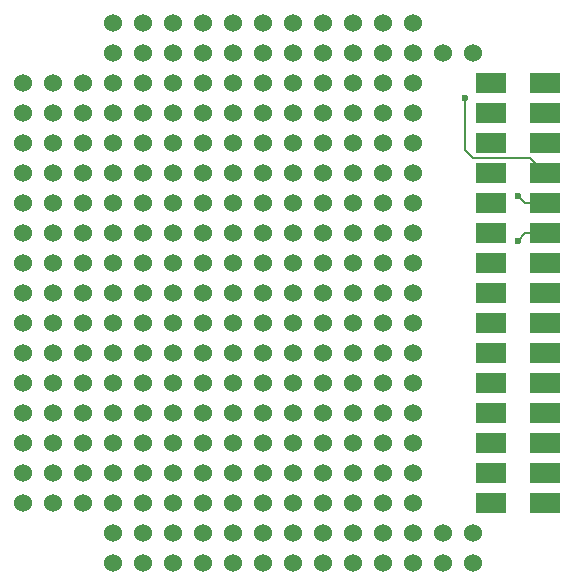
<source format=gbr>
%TF.GenerationSoftware,KiCad,Pcbnew,8.0.9-1.fc41*%
%TF.CreationDate,2025-08-14T11:22:58-07:00*%
%TF.ProjectId,adapter,61646170-7465-4722-9e6b-696361645f70,1.0*%
%TF.SameCoordinates,Original*%
%TF.FileFunction,Copper,L2,Bot*%
%TF.FilePolarity,Positive*%
%FSLAX46Y46*%
G04 Gerber Fmt 4.6, Leading zero omitted, Abs format (unit mm)*
G04 Created by KiCad (PCBNEW 8.0.9-1.fc41) date 2025-08-14 11:22:58*
%MOMM*%
%LPD*%
G01*
G04 APERTURE LIST*
%TA.AperFunction,ComponentPad*%
%ADD10C,1.524000*%
%TD*%
%TA.AperFunction,SMDPad,CuDef*%
%ADD11R,2.600000X1.700000*%
%TD*%
%TA.AperFunction,ViaPad*%
%ADD12C,0.700000*%
%TD*%
%TA.AperFunction,ViaPad*%
%ADD13C,0.600000*%
%TD*%
%TA.AperFunction,Conductor*%
%ADD14C,0.200000*%
%TD*%
G04 APERTURE END LIST*
D10*
%TO.P,REF\u002A\u002A,0003*%
%TO.N,N/C*%
X109760000Y-102140000D03*
%TO.P,REF\u002A\u002A,0004*%
X112300000Y-102140000D03*
%TO.P,REF\u002A\u002A,0005*%
X114840000Y-102140000D03*
%TO.P,REF\u002A\u002A,0006*%
X117380000Y-102140000D03*
%TO.P,REF\u002A\u002A,0007*%
X119920000Y-102140000D03*
%TO.P,REF\u002A\u002A,0008*%
X122460000Y-102140000D03*
%TO.P,REF\u002A\u002A,0009*%
X125000000Y-102140000D03*
%TO.P,REF\u002A\u002A,0010*%
X127540000Y-102140000D03*
%TO.P,REF\u002A\u002A,0011*%
X130080000Y-102140000D03*
%TO.P,REF\u002A\u002A,0012*%
X132620000Y-102140000D03*
%TO.P,REF\u002A\u002A,0013*%
X135160000Y-102140000D03*
%TO.P,REF\u002A\u002A,0103*%
X109760000Y-104680000D03*
%TO.P,REF\u002A\u002A,0104*%
X112300000Y-104680000D03*
%TO.P,REF\u002A\u002A,0105*%
X114840000Y-104680000D03*
%TO.P,REF\u002A\u002A,0106*%
X117380000Y-104680000D03*
%TO.P,REF\u002A\u002A,0107*%
X119920000Y-104680000D03*
%TO.P,REF\u002A\u002A,0108*%
X122460000Y-104680000D03*
%TO.P,REF\u002A\u002A,0109*%
X125000000Y-104680000D03*
%TO.P,REF\u002A\u002A,0110*%
X127540000Y-104680000D03*
%TO.P,REF\u002A\u002A,0111*%
X130080000Y-104680000D03*
%TO.P,REF\u002A\u002A,0112*%
X132620000Y-104680000D03*
%TO.P,REF\u002A\u002A,0113*%
X135160000Y-104680000D03*
%TO.P,REF\u002A\u002A,0114*%
X137700000Y-104680000D03*
%TO.P,REF\u002A\u002A,0115*%
X140240000Y-104680000D03*
%TO.P,REF\u002A\u002A,0200*%
X102140000Y-107220000D03*
%TO.P,REF\u002A\u002A,0201*%
X104680000Y-107220000D03*
%TO.P,REF\u002A\u002A,0202*%
X107220000Y-107220000D03*
%TO.P,REF\u002A\u002A,0203*%
X109760000Y-107220000D03*
%TO.P,REF\u002A\u002A,0204*%
X112300000Y-107220000D03*
%TO.P,REF\u002A\u002A,0205*%
X114840000Y-107220000D03*
%TO.P,REF\u002A\u002A,0206*%
X117380000Y-107220000D03*
%TO.P,REF\u002A\u002A,0207*%
X119920000Y-107220000D03*
%TO.P,REF\u002A\u002A,0208*%
X122460000Y-107220000D03*
%TO.P,REF\u002A\u002A,0209*%
X125000000Y-107220000D03*
%TO.P,REF\u002A\u002A,0210*%
X127540000Y-107220000D03*
%TO.P,REF\u002A\u002A,0211*%
X130080000Y-107220000D03*
%TO.P,REF\u002A\u002A,0212*%
X132620000Y-107220000D03*
%TO.P,REF\u002A\u002A,0213*%
X135160000Y-107220000D03*
%TO.P,REF\u002A\u002A,0300*%
X102140000Y-109760000D03*
%TO.P,REF\u002A\u002A,0301*%
X104680000Y-109760000D03*
%TO.P,REF\u002A\u002A,0302*%
X107220000Y-109760000D03*
%TO.P,REF\u002A\u002A,0303*%
X109760000Y-109760000D03*
%TO.P,REF\u002A\u002A,0304*%
X112300000Y-109760000D03*
%TO.P,REF\u002A\u002A,0305*%
X114840000Y-109760000D03*
%TO.P,REF\u002A\u002A,0306*%
X117380000Y-109760000D03*
%TO.P,REF\u002A\u002A,0307*%
X119920000Y-109760000D03*
%TO.P,REF\u002A\u002A,0308*%
X122460000Y-109760000D03*
%TO.P,REF\u002A\u002A,0309*%
X125000000Y-109760000D03*
%TO.P,REF\u002A\u002A,0310*%
X127540000Y-109760000D03*
%TO.P,REF\u002A\u002A,0311*%
X130080000Y-109760000D03*
%TO.P,REF\u002A\u002A,0312*%
X132620000Y-109760000D03*
%TO.P,REF\u002A\u002A,0313*%
X135160000Y-109760000D03*
%TO.P,REF\u002A\u002A,0400*%
X102140000Y-112300000D03*
%TO.P,REF\u002A\u002A,0401*%
X104680000Y-112300000D03*
%TO.P,REF\u002A\u002A,0402*%
X107220000Y-112300000D03*
%TO.P,REF\u002A\u002A,0403*%
X109760000Y-112300000D03*
%TO.P,REF\u002A\u002A,0404*%
X112300000Y-112300000D03*
%TO.P,REF\u002A\u002A,0405*%
X114840000Y-112300000D03*
%TO.P,REF\u002A\u002A,0406*%
X117380000Y-112300000D03*
%TO.P,REF\u002A\u002A,0407*%
X119920000Y-112300000D03*
%TO.P,REF\u002A\u002A,0408*%
X122460000Y-112300000D03*
%TO.P,REF\u002A\u002A,0409*%
X125000000Y-112300000D03*
%TO.P,REF\u002A\u002A,0410*%
X127540000Y-112300000D03*
%TO.P,REF\u002A\u002A,0411*%
X130080000Y-112300000D03*
%TO.P,REF\u002A\u002A,0412*%
X132620000Y-112300000D03*
%TO.P,REF\u002A\u002A,0413*%
X135160000Y-112300000D03*
%TO.P,REF\u002A\u002A,0500*%
X102140000Y-114840000D03*
%TO.P,REF\u002A\u002A,0501*%
X104680000Y-114840000D03*
%TO.P,REF\u002A\u002A,0502*%
X107220000Y-114840000D03*
%TO.P,REF\u002A\u002A,0503*%
X109760000Y-114840000D03*
%TO.P,REF\u002A\u002A,0504*%
X112300000Y-114840000D03*
%TO.P,REF\u002A\u002A,0505*%
X114840000Y-114840000D03*
%TO.P,REF\u002A\u002A,0506*%
X117380000Y-114840000D03*
%TO.P,REF\u002A\u002A,0507*%
X119920000Y-114840000D03*
%TO.P,REF\u002A\u002A,0508*%
X122460000Y-114840000D03*
%TO.P,REF\u002A\u002A,0509*%
X125000000Y-114840000D03*
%TO.P,REF\u002A\u002A,0510*%
X127540000Y-114840000D03*
%TO.P,REF\u002A\u002A,0511*%
X130080000Y-114840000D03*
%TO.P,REF\u002A\u002A,0512*%
X132620000Y-114840000D03*
%TO.P,REF\u002A\u002A,0513*%
X135160000Y-114840000D03*
%TO.P,REF\u002A\u002A,0600*%
X102140000Y-117380000D03*
%TO.P,REF\u002A\u002A,0601*%
X104680000Y-117380000D03*
%TO.P,REF\u002A\u002A,0602*%
X107220000Y-117380000D03*
%TO.P,REF\u002A\u002A,0603*%
X109760000Y-117380000D03*
%TO.P,REF\u002A\u002A,0604*%
X112300000Y-117380000D03*
%TO.P,REF\u002A\u002A,0605*%
X114840000Y-117380000D03*
%TO.P,REF\u002A\u002A,0606*%
X117380000Y-117380000D03*
%TO.P,REF\u002A\u002A,0607*%
X119920000Y-117380000D03*
%TO.P,REF\u002A\u002A,0608*%
X122460000Y-117380000D03*
%TO.P,REF\u002A\u002A,0609*%
X125000000Y-117380000D03*
%TO.P,REF\u002A\u002A,0610*%
X127540000Y-117380000D03*
%TO.P,REF\u002A\u002A,0611*%
X130080000Y-117380000D03*
%TO.P,REF\u002A\u002A,0612*%
X132620000Y-117380000D03*
%TO.P,REF\u002A\u002A,0613*%
X135160000Y-117380000D03*
%TO.P,REF\u002A\u002A,0700*%
X102140000Y-119920000D03*
%TO.P,REF\u002A\u002A,0701*%
X104680000Y-119920000D03*
%TO.P,REF\u002A\u002A,0702*%
X107220000Y-119920000D03*
%TO.P,REF\u002A\u002A,0703*%
X109760000Y-119920000D03*
%TO.P,REF\u002A\u002A,0704*%
X112300000Y-119920000D03*
%TO.P,REF\u002A\u002A,0705*%
X114840000Y-119920000D03*
%TO.P,REF\u002A\u002A,0706*%
X117380000Y-119920000D03*
%TO.P,REF\u002A\u002A,0707*%
X119920000Y-119920000D03*
%TO.P,REF\u002A\u002A,0708*%
X122460000Y-119920000D03*
%TO.P,REF\u002A\u002A,0709*%
X125000000Y-119920000D03*
%TO.P,REF\u002A\u002A,0710*%
X127540000Y-119920000D03*
%TO.P,REF\u002A\u002A,0711*%
X130080000Y-119920000D03*
%TO.P,REF\u002A\u002A,0712*%
X132620000Y-119920000D03*
%TO.P,REF\u002A\u002A,0713*%
X135160000Y-119920000D03*
%TO.P,REF\u002A\u002A,0800*%
X102140000Y-122460000D03*
%TO.P,REF\u002A\u002A,0801*%
X104680000Y-122460000D03*
%TO.P,REF\u002A\u002A,0802*%
X107220000Y-122460000D03*
%TO.P,REF\u002A\u002A,0803*%
X109760000Y-122460000D03*
%TO.P,REF\u002A\u002A,0804*%
X112300000Y-122460000D03*
%TO.P,REF\u002A\u002A,0805*%
X114840000Y-122460000D03*
%TO.P,REF\u002A\u002A,0806*%
X117380000Y-122460000D03*
%TO.P,REF\u002A\u002A,0807*%
X119920000Y-122460000D03*
%TO.P,REF\u002A\u002A,0808*%
X122460000Y-122460000D03*
%TO.P,REF\u002A\u002A,0809*%
X125000000Y-122460000D03*
%TO.P,REF\u002A\u002A,0810*%
X127540000Y-122460000D03*
%TO.P,REF\u002A\u002A,0811*%
X130080000Y-122460000D03*
%TO.P,REF\u002A\u002A,0812*%
X132620000Y-122460000D03*
%TO.P,REF\u002A\u002A,0813*%
X135160000Y-122460000D03*
%TO.P,REF\u002A\u002A,0900*%
X102140000Y-125000000D03*
%TO.P,REF\u002A\u002A,0901*%
X104680000Y-125000000D03*
%TO.P,REF\u002A\u002A,0902*%
X107220000Y-125000000D03*
%TO.P,REF\u002A\u002A,0903*%
X109760000Y-125000000D03*
%TO.P,REF\u002A\u002A,0904*%
X112300000Y-125000000D03*
%TO.P,REF\u002A\u002A,0905*%
X114840000Y-125000000D03*
%TO.P,REF\u002A\u002A,0906*%
X117380000Y-125000000D03*
%TO.P,REF\u002A\u002A,0907*%
X119920000Y-125000000D03*
%TO.P,REF\u002A\u002A,0908*%
X122460000Y-125000000D03*
%TO.P,REF\u002A\u002A,0909*%
X125000000Y-125000000D03*
%TO.P,REF\u002A\u002A,0910*%
X127540000Y-125000000D03*
%TO.P,REF\u002A\u002A,0911*%
X130080000Y-125000000D03*
%TO.P,REF\u002A\u002A,0912*%
X132620000Y-125000000D03*
%TO.P,REF\u002A\u002A,0913*%
X135160000Y-125000000D03*
%TO.P,REF\u002A\u002A,1000*%
X102140000Y-127540000D03*
%TO.P,REF\u002A\u002A,1001*%
X104680000Y-127540000D03*
%TO.P,REF\u002A\u002A,1002*%
X107220000Y-127540000D03*
%TO.P,REF\u002A\u002A,1003*%
X109760000Y-127540000D03*
%TO.P,REF\u002A\u002A,1004*%
X112300000Y-127540000D03*
%TO.P,REF\u002A\u002A,1005*%
X114840000Y-127540000D03*
%TO.P,REF\u002A\u002A,1006*%
X117380000Y-127540000D03*
%TO.P,REF\u002A\u002A,1007*%
X119920000Y-127540000D03*
%TO.P,REF\u002A\u002A,1008*%
X122460000Y-127540000D03*
%TO.P,REF\u002A\u002A,1009*%
X125000000Y-127540000D03*
%TO.P,REF\u002A\u002A,1010*%
X127540000Y-127540000D03*
%TO.P,REF\u002A\u002A,1011*%
X130080000Y-127540000D03*
%TO.P,REF\u002A\u002A,1012*%
X132620000Y-127540000D03*
%TO.P,REF\u002A\u002A,1013*%
X135160000Y-127540000D03*
%TO.P,REF\u002A\u002A,1100*%
X102140000Y-130080000D03*
%TO.P,REF\u002A\u002A,1101*%
X104680000Y-130080000D03*
%TO.P,REF\u002A\u002A,1102*%
X107220000Y-130080000D03*
%TO.P,REF\u002A\u002A,1103*%
X109760000Y-130080000D03*
%TO.P,REF\u002A\u002A,1104*%
X112300000Y-130080000D03*
%TO.P,REF\u002A\u002A,1105*%
X114840000Y-130080000D03*
%TO.P,REF\u002A\u002A,1106*%
X117380000Y-130080000D03*
%TO.P,REF\u002A\u002A,1107*%
X119920000Y-130080000D03*
%TO.P,REF\u002A\u002A,1108*%
X122460000Y-130080000D03*
%TO.P,REF\u002A\u002A,1109*%
X125000000Y-130080000D03*
%TO.P,REF\u002A\u002A,1110*%
X127540000Y-130080000D03*
%TO.P,REF\u002A\u002A,1111*%
X130080000Y-130080000D03*
%TO.P,REF\u002A\u002A,1112*%
X132620000Y-130080000D03*
%TO.P,REF\u002A\u002A,1113*%
X135160000Y-130080000D03*
%TO.P,REF\u002A\u002A,1200*%
X102140000Y-132620000D03*
%TO.P,REF\u002A\u002A,1201*%
X104680000Y-132620000D03*
%TO.P,REF\u002A\u002A,1202*%
X107220000Y-132620000D03*
%TO.P,REF\u002A\u002A,1203*%
X109760000Y-132620000D03*
%TO.P,REF\u002A\u002A,1204*%
X112300000Y-132620000D03*
%TO.P,REF\u002A\u002A,1205*%
X114840000Y-132620000D03*
%TO.P,REF\u002A\u002A,1206*%
X117380000Y-132620000D03*
%TO.P,REF\u002A\u002A,1207*%
X119920000Y-132620000D03*
%TO.P,REF\u002A\u002A,1208*%
X122460000Y-132620000D03*
%TO.P,REF\u002A\u002A,1209*%
X125000000Y-132620000D03*
%TO.P,REF\u002A\u002A,1210*%
X127540000Y-132620000D03*
%TO.P,REF\u002A\u002A,1211*%
X130080000Y-132620000D03*
%TO.P,REF\u002A\u002A,1212*%
X132620000Y-132620000D03*
%TO.P,REF\u002A\u002A,1213*%
X135160000Y-132620000D03*
%TO.P,REF\u002A\u002A,1300*%
X102140000Y-135160000D03*
%TO.P,REF\u002A\u002A,1301*%
X104680000Y-135160000D03*
%TO.P,REF\u002A\u002A,1302*%
X107220000Y-135160000D03*
%TO.P,REF\u002A\u002A,1303*%
X109760000Y-135160000D03*
%TO.P,REF\u002A\u002A,1304*%
X112300000Y-135160000D03*
%TO.P,REF\u002A\u002A,1305*%
X114840000Y-135160000D03*
%TO.P,REF\u002A\u002A,1306*%
X117380000Y-135160000D03*
%TO.P,REF\u002A\u002A,1307*%
X119920000Y-135160000D03*
%TO.P,REF\u002A\u002A,1308*%
X122460000Y-135160000D03*
%TO.P,REF\u002A\u002A,1309*%
X125000000Y-135160000D03*
%TO.P,REF\u002A\u002A,1310*%
X127540000Y-135160000D03*
%TO.P,REF\u002A\u002A,1311*%
X130080000Y-135160000D03*
%TO.P,REF\u002A\u002A,1312*%
X132620000Y-135160000D03*
%TO.P,REF\u002A\u002A,1313*%
X135160000Y-135160000D03*
%TO.P,REF\u002A\u002A,1400*%
X102140000Y-137700000D03*
%TO.P,REF\u002A\u002A,1401*%
X104680000Y-137700000D03*
%TO.P,REF\u002A\u002A,1402*%
X107220000Y-137700000D03*
%TO.P,REF\u002A\u002A,1403*%
X109760000Y-137700000D03*
%TO.P,REF\u002A\u002A,1404*%
X112300000Y-137700000D03*
%TO.P,REF\u002A\u002A,1405*%
X114840000Y-137700000D03*
%TO.P,REF\u002A\u002A,1406*%
X117380000Y-137700000D03*
%TO.P,REF\u002A\u002A,1407*%
X119920000Y-137700000D03*
%TO.P,REF\u002A\u002A,1408*%
X122460000Y-137700000D03*
%TO.P,REF\u002A\u002A,1409*%
X125000000Y-137700000D03*
%TO.P,REF\u002A\u002A,1410*%
X127540000Y-137700000D03*
%TO.P,REF\u002A\u002A,1411*%
X130080000Y-137700000D03*
%TO.P,REF\u002A\u002A,1412*%
X132620000Y-137700000D03*
%TO.P,REF\u002A\u002A,1413*%
X135160000Y-137700000D03*
%TO.P,REF\u002A\u002A,1500*%
X102140000Y-140240000D03*
%TO.P,REF\u002A\u002A,1501*%
X104680000Y-140240000D03*
%TO.P,REF\u002A\u002A,1502*%
X107220000Y-140240000D03*
%TO.P,REF\u002A\u002A,1503*%
X109760000Y-140240000D03*
%TO.P,REF\u002A\u002A,1504*%
X112300000Y-140240000D03*
%TO.P,REF\u002A\u002A,1505*%
X114840000Y-140240000D03*
%TO.P,REF\u002A\u002A,1506*%
X117380000Y-140240000D03*
%TO.P,REF\u002A\u002A,1507*%
X119920000Y-140240000D03*
%TO.P,REF\u002A\u002A,1508*%
X122460000Y-140240000D03*
%TO.P,REF\u002A\u002A,1509*%
X125000000Y-140240000D03*
%TO.P,REF\u002A\u002A,1510*%
X127540000Y-140240000D03*
%TO.P,REF\u002A\u002A,1511*%
X130080000Y-140240000D03*
%TO.P,REF\u002A\u002A,1512*%
X132620000Y-140240000D03*
%TO.P,REF\u002A\u002A,1513*%
X135160000Y-140240000D03*
%TO.P,REF\u002A\u002A,1600*%
X102140000Y-142780000D03*
%TO.P,REF\u002A\u002A,1601*%
X104680000Y-142780000D03*
%TO.P,REF\u002A\u002A,1602*%
X107220000Y-142780000D03*
%TO.P,REF\u002A\u002A,1603*%
X109760000Y-142780000D03*
%TO.P,REF\u002A\u002A,1604*%
X112300000Y-142780000D03*
%TO.P,REF\u002A\u002A,1605*%
X114840000Y-142780000D03*
%TO.P,REF\u002A\u002A,1606*%
X117380000Y-142780000D03*
%TO.P,REF\u002A\u002A,1607*%
X119920000Y-142780000D03*
%TO.P,REF\u002A\u002A,1608*%
X122460000Y-142780000D03*
%TO.P,REF\u002A\u002A,1609*%
X125000000Y-142780000D03*
%TO.P,REF\u002A\u002A,1610*%
X127540000Y-142780000D03*
%TO.P,REF\u002A\u002A,1611*%
X130080000Y-142780000D03*
%TO.P,REF\u002A\u002A,1612*%
X132620000Y-142780000D03*
%TO.P,REF\u002A\u002A,1613*%
X135160000Y-142780000D03*
%TO.P,REF\u002A\u002A,1703*%
X109760000Y-145320000D03*
%TO.P,REF\u002A\u002A,1704*%
X112300000Y-145320000D03*
%TO.P,REF\u002A\u002A,1705*%
X114840000Y-145320000D03*
%TO.P,REF\u002A\u002A,1706*%
X117380000Y-145320000D03*
%TO.P,REF\u002A\u002A,1707*%
X119920000Y-145320000D03*
%TO.P,REF\u002A\u002A,1708*%
X122460000Y-145320000D03*
%TO.P,REF\u002A\u002A,1709*%
X125000000Y-145320000D03*
%TO.P,REF\u002A\u002A,1710*%
X127540000Y-145320000D03*
%TO.P,REF\u002A\u002A,1711*%
X130080000Y-145320000D03*
%TO.P,REF\u002A\u002A,1712*%
X132620000Y-145320000D03*
%TO.P,REF\u002A\u002A,1713*%
X135160000Y-145320000D03*
%TO.P,REF\u002A\u002A,1714*%
X137700000Y-145320000D03*
%TO.P,REF\u002A\u002A,1715*%
X140240000Y-145320000D03*
%TO.P,REF\u002A\u002A,1803*%
X109760000Y-147860000D03*
%TO.P,REF\u002A\u002A,1804*%
X112300000Y-147860000D03*
%TO.P,REF\u002A\u002A,1805*%
X114840000Y-147860000D03*
%TO.P,REF\u002A\u002A,1806*%
X117380000Y-147860000D03*
%TO.P,REF\u002A\u002A,1807*%
X119920000Y-147860000D03*
%TO.P,REF\u002A\u002A,1808*%
X122460000Y-147860000D03*
%TO.P,REF\u002A\u002A,1809*%
X125000000Y-147860000D03*
%TO.P,REF\u002A\u002A,1810*%
X127540000Y-147860000D03*
%TO.P,REF\u002A\u002A,1811*%
X130080000Y-147860000D03*
%TO.P,REF\u002A\u002A,1812*%
X132620000Y-147860000D03*
%TO.P,REF\u002A\u002A,1813*%
X135160000Y-147860000D03*
%TO.P,REF\u002A\u002A,1814*%
X137700000Y-147860000D03*
%TO.P,REF\u002A\u002A,1815*%
X140240000Y-147860000D03*
%TD*%
D11*
%TO.P,J2,000,GND*%
%TO.N,/GND0*%
X146350000Y-107220000D03*
%TO.P,J2,001,GND*%
%TO.N,/GND1*%
X146350000Y-109760000D03*
%TO.P,J2,002,GND*%
%TO.N,/GND2*%
X146350000Y-112300000D03*
%TO.P,J2,003,G37\u00B7SPI_MOSI*%
%TO.N,/G10\u00B7SPI_MOSI*%
X146350000Y-114840000D03*
%TO.P,J2,004,G35\u00B7SPI_MISO*%
%TO.N,/G8\u00B7SPI_MISO*%
X146350000Y-117380000D03*
%TO.P,J2,005,G36\u00B7SPI_CLK*%
%TO.N,/G6\u00B7SPI_CLK*%
X146350000Y-119920000D03*
%TO.P,J2,006,G44/RXD0\u00B7*%
%TO.N,/G44{slash}RXD0\u00B7*%
X146350000Y-122460000D03*
%TO.P,J2,007,G18/PC_RX\u00B7*%
%TO.N,/G18{slash}PC_RX\u00B7*%
X146350000Y-125000000D03*
%TO.P,J2,008,G12/In_SDA\u00B7*%
%TO.N,/G12{slash}In_SDA\u00B7*%
X146350000Y-127540000D03*
%TO.P,J2,009,G2/PA_SDA\u00B7*%
%TO.N,/G2{slash}PA_SDA\u00B7*%
X146350000Y-130080000D03*
%TO.P,J2,010,G6\u00B7*%
%TO.N,unconnected-(J2-G6\u00B7-Pad010)*%
X146350000Y-132620000D03*
%TO.P,J2,011,G13/I2S_DOUT\u00B7RS232_TX/RS485_TX*%
%TO.N,/G13{slash}I2S_DOUT\u00B7RS232_TX{slash}RS485_TX*%
X146350000Y-135160000D03*
%TO.P,J2,012,HPWR*%
%TO.N,/HPWR0*%
X146350000Y-137700000D03*
%TO.P,J2,013,HPWR*%
%TO.N,/HPWR1*%
X146350000Y-140240000D03*
%TO.P,J2,014,HPWR*%
%TO.N,/HPWR2*%
X146350000Y-142780000D03*
%TO.P,J2,100,G10\u00B7*%
%TO.N,unconnected-(J2-G10\u00B7-Pad100)*%
X141750000Y-107220000D03*
%TO.P,J2,101,G8\u00B7*%
%TO.N,unconnected-(J2-G8\u00B7-Pad101)*%
X141750000Y-109760000D03*
%TO.P,J2,102,RST/EN\u00B7*%
%TO.N,/RST{slash}EN\u00B7*%
X141750000Y-112300000D03*
%TO.P,J2,103,G5\u00B7*%
%TO.N,/G5\u00B7*%
X141750000Y-114840000D03*
%TO.P,J2,104,G9\u00B7CS*%
%TO.N,/G9\u00B7CS*%
X141750000Y-117380000D03*
%TO.P,J2,105,3V3*%
%TO.N,/3V3*%
X141750000Y-119920000D03*
%TO.P,J2,106,G43/TXD0\u00B7*%
%TO.N,/G43{slash}TXD0\u00B7*%
X141750000Y-122460000D03*
%TO.P,J2,107,G17/PC_TX\u00B7*%
%TO.N,/G17{slash}PC_TX\u00B7*%
X141750000Y-125000000D03*
%TO.P,J2,108,G11/In_SCL\u00B7*%
%TO.N,/G11{slash}In_CL\u00B7*%
X141750000Y-127540000D03*
%TO.P,J2,109,G1/PA_SCL\u00B7RS232_RX/RS485_RX*%
%TO.N,/G1{slash}PA_SCL\u00B7RS232_RX{slash}RS485_RX*%
X141750000Y-130080000D03*
%TO.P,J2,110,G7\u00B7RST*%
%TO.N,/G7\u00B7RST*%
X141750000Y-132620000D03*
%TO.P,J2,111,G0/I2S_LRCK\u00B7*%
%TO.N,/G0{slash}I2S_LRCK\u00B7*%
X141750000Y-135160000D03*
%TO.P,J2,112,G14/I2S_DIN\u00B7INT*%
%TO.N,/G14{slash}I2S_DIN\u00B7INT*%
X141750000Y-137700000D03*
%TO.P,J2,113,5V*%
%TO.N,/5V*%
X141750000Y-140240000D03*
%TO.P,J2,114,BAT*%
%TO.N,/BAT*%
X141750000Y-142780000D03*
%TD*%
D12*
%TO.N,/BAT*%
X141000000Y-142780000D03*
X142500000Y-142780000D03*
%TO.N,/G9\u00B7CS*%
X142500000Y-117380000D03*
X141000000Y-117380000D03*
%TO.N,/G13{slash}I2S_DOUT\u00B7RS232_TX{slash}RS485_TX*%
X145600000Y-135160000D03*
X147100000Y-135160000D03*
%TO.N,/G43{slash}TXD0\u00B7*%
X142500000Y-122460000D03*
X141000000Y-122460000D03*
%TO.N,/HPWR0*%
X147100000Y-137700000D03*
X145600000Y-137700000D03*
%TO.N,/G0{slash}I2S_LRCK\u00B7*%
X141000000Y-135160000D03*
X142500000Y-135160000D03*
%TO.N,/G5\u00B7*%
X142500000Y-114840000D03*
X141000000Y-114840000D03*
%TO.N,/GND1*%
X147100000Y-109760000D03*
X145600000Y-109760000D03*
D13*
%TO.N,/G6\u00B7SPI_CLK*%
X144050000Y-120555000D03*
D12*
%TO.N,/G44{slash}RXD0\u00B7*%
X145600000Y-122460000D03*
X147100000Y-122460000D03*
%TO.N,/G12{slash}In_SDA\u00B7*%
X145600000Y-127540000D03*
X147100000Y-127540000D03*
%TO.N,/HPWR1*%
X147100000Y-140240000D03*
X145600000Y-140240000D03*
%TO.N,/G17{slash}PC_TX\u00B7*%
X142500000Y-125000000D03*
X141000000Y-125000000D03*
%TO.N,/GND0*%
X145600000Y-107220000D03*
X147100000Y-107220000D03*
%TO.N,/GND2*%
X145600000Y-112300000D03*
X147100000Y-112300000D03*
%TO.N,/3V3*%
X142500000Y-119920000D03*
X141000000Y-119920000D03*
D13*
%TO.N,/G10\u00B7SPI_MOSI*%
X139605000Y-108490000D03*
D12*
%TO.N,/G1{slash}PA_SCL\u00B7RS232_RX{slash}RS485_RX*%
X142500000Y-130080000D03*
X141000000Y-130080000D03*
%TO.N,/G18{slash}PC_RX\u00B7*%
X147100000Y-125000000D03*
X145600000Y-125000000D03*
%TO.N,/HPWR2*%
X145600000Y-142780000D03*
X147100000Y-142780000D03*
D13*
%TO.N,/G8\u00B7SPI_MISO*%
X144050000Y-116745000D03*
D12*
%TO.N,/RST{slash}EN\u00B7*%
X142500000Y-112300000D03*
X141000000Y-112300000D03*
%TO.N,/G14{slash}I2S_DIN\u00B7INT*%
X141000000Y-137700000D03*
X142500000Y-137700000D03*
%TO.N,/G2{slash}PA_SDA\u00B7*%
X147100000Y-130080000D03*
X145600000Y-130080000D03*
%TO.N,/5V*%
X141000000Y-140240000D03*
X142500000Y-140240000D03*
%TO.N,/G11{slash}In_CL\u00B7*%
X141000000Y-127540000D03*
X142500000Y-127540000D03*
%TO.N,/G7\u00B7RST*%
X141000000Y-132620000D03*
X142500000Y-132620000D03*
%TD*%
D14*
%TO.N,/G6\u00B7SPI_CLK*%
X144685000Y-119920000D02*
X146350000Y-119920000D01*
X144050000Y-120555000D02*
X144685000Y-119920000D01*
%TO.N,/G10\u00B7SPI_MOSI*%
X139605000Y-108490000D02*
X139605000Y-112905000D01*
X145080000Y-113570000D02*
X146350000Y-114840000D01*
X139605000Y-112905000D02*
X140270000Y-113570000D01*
X140270000Y-113570000D02*
X145080000Y-113570000D01*
%TO.N,/G8\u00B7SPI_MISO*%
X144685000Y-117380000D02*
X144050000Y-116745000D01*
X146350000Y-117380000D02*
X144685000Y-117380000D01*
%TD*%
M02*

</source>
